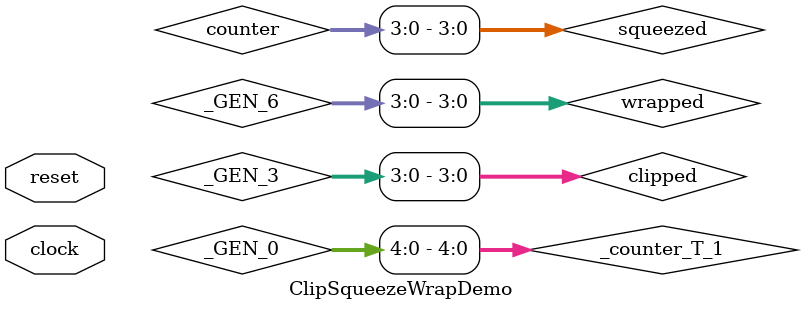
<source format=v>
module ClipSqueezeWrapDemo(
  input   clock,
  input   reset
);
`ifdef RANDOMIZE_REG_INIT
  reg [31:0] _RAND_0;
`endif // RANDOMIZE_REG_INIT
  reg [4:0] counter; // @[IntervalSpec.scala 192:24]
  wire [5:0] _GEN_0 = $signed(counter) + 5'sh1; // @[IntervalSpec.scala 194:{23,23}]
  wire [4:0] _counter_T_1 = _GEN_0[4:0]; // @[IntervalSpec.scala 194:{43,43}]
  wire  _T = $signed(counter) > 5'sha; // @[IntervalSpec.scala 195:16]
  wire  _T_2 = ~reset; // @[IntervalSpec.scala 196:9]
  wire [4:0] _GEN_3 = $signed(counter) > 5'sh6 ? $signed(5'sh6) : $signed($signed(counter) < -5'sh2 ? $signed(-5'sh2) :
    $signed(counter)); // @[IntervalSpec.scala 199:{29,29}]
  wire [3:0] clipped = _GEN_3[3:0]; // @[IntervalSpec.scala 199:{29,29}]
  wire [3:0] squeezed = counter[3:0]; // @[IntervalSpec.scala 200:{33,33}]
  wire [5:0] _GEN_6 = $signed(counter) > 5'sh6 ? $signed($signed(counter) - 5'sh9) : $signed($signed(counter) < -5'sh2
     ? $signed($signed(counter) + 5'sh9) : $signed({{1{counter[4]}},counter})); // @[IntervalSpec.scala 201:{29,29}]
  wire [3:0] wrapped = _GEN_6[3:0]; // @[IntervalSpec.scala 201:{29,29}]
  wire  _T_3 = $signed(counter) == -5'sh4; // @[IntervalSpec.scala 203:16]
  always @(posedge clock) begin
    if (reset) begin // @[IntervalSpec.scala 192:24]
      counter <= -5'sh4; // @[IntervalSpec.scala 192:24]
    end else begin
      counter <= _counter_T_1; // @[IntervalSpec.scala 194:11]
    end
    `ifndef SYNTHESIS
    `ifdef STOP_COND
      if (`STOP_COND) begin
    `endif
        if (_T & ~reset) begin
          $finish; // @[IntervalSpec.scala 196:9]
        end
    `ifdef STOP_COND
      end
    `endif
    `endif // SYNTHESIS
    `ifndef SYNTHESIS
    `ifdef PRINTF_COND
      if (`PRINTF_COND) begin
    `endif
        if (_T_3 & _T_2) begin
          $fwrite(32'h80000002,"Target range is range\"[-2,5].1\"\n"); // @[IntervalSpec.scala 204:11]
        end
    `ifdef PRINTF_COND
      end
    `endif
    `endif // SYNTHESIS
    `ifndef SYNTHESIS
    `ifdef PRINTF_COND
      if (`PRINTF_COND) begin
    `endif
        if (_T_3 & _T_2) begin
          $fwrite(32'h80000002,"value     clip      squeeze      wrap\n"); // @[IntervalSpec.scala 205:11]
        end
    `ifdef PRINTF_COND
      end
    `endif
    `endif // SYNTHESIS
    `ifndef SYNTHESIS
    `ifdef PRINTF_COND
      if (`PRINTF_COND) begin
    `endif
        if (_T_2) begin
          $fwrite(32'h80000002,"       %d       %d          %d         %d\n",counter,clipped,squeezed,wrapped); // @[IntervalSpec.scala 208:9]
        end
    `ifdef PRINTF_COND
      end
    `endif
    `endif // SYNTHESIS
  end
// Register and memory initialization
`ifdef RANDOMIZE_GARBAGE_ASSIGN
`define RANDOMIZE
`endif
`ifdef RANDOMIZE_INVALID_ASSIGN
`define RANDOMIZE
`endif
`ifdef RANDOMIZE_REG_INIT
`define RANDOMIZE
`endif
`ifdef RANDOMIZE_MEM_INIT
`define RANDOMIZE
`endif
`ifndef RANDOM
`define RANDOM $random
`endif
`ifdef RANDOMIZE_MEM_INIT
  integer initvar;
`endif
`ifndef SYNTHESIS
`ifdef FIRRTL_BEFORE_INITIAL
`FIRRTL_BEFORE_INITIAL
`endif
initial begin
  `ifdef RANDOMIZE
    `ifdef INIT_RANDOM
      `INIT_RANDOM
    `endif
    `ifndef VERILATOR
      `ifdef RANDOMIZE_DELAY
        #`RANDOMIZE_DELAY begin end
      `else
        #0.002 begin end
      `endif
    `endif
`ifdef RANDOMIZE_REG_INIT
  _RAND_0 = {1{`RANDOM}};
  counter = _RAND_0[4:0];
`endif // RANDOMIZE_REG_INIT
  `endif // RANDOMIZE
end // initial
`ifdef FIRRTL_AFTER_INITIAL
`FIRRTL_AFTER_INITIAL
`endif
`endif // SYNTHESIS
endmodule

</source>
